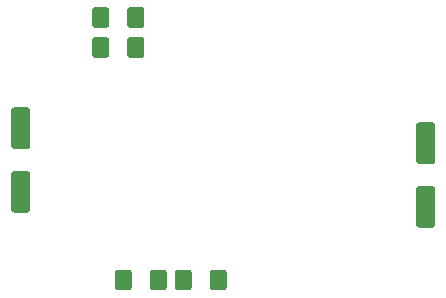
<source format=gbr>
G04 #@! TF.GenerationSoftware,KiCad,Pcbnew,5.1.5-52549c5~84~ubuntu18.04.1*
G04 #@! TF.CreationDate,2020-03-18T13:38:27+01:00*
G04 #@! TF.ProjectId,pcb_loadcell-dev-hx711,7063625f-6c6f-4616-9463-656c6c2d6465,rev?*
G04 #@! TF.SameCoordinates,Original*
G04 #@! TF.FileFunction,Paste,Top*
G04 #@! TF.FilePolarity,Positive*
%FSLAX46Y46*%
G04 Gerber Fmt 4.6, Leading zero omitted, Abs format (unit mm)*
G04 Created by KiCad (PCBNEW 5.1.5-52549c5~84~ubuntu18.04.1) date 2020-03-18 13:38:27*
%MOMM*%
%LPD*%
G04 APERTURE LIST*
%ADD10C,0.100000*%
G04 APERTURE END LIST*
D10*
G36*
X63769504Y-100091204D02*
G01*
X63793773Y-100094804D01*
X63817571Y-100100765D01*
X63840671Y-100109030D01*
X63862849Y-100119520D01*
X63883893Y-100132133D01*
X63903598Y-100146747D01*
X63921777Y-100163223D01*
X63938253Y-100181402D01*
X63952867Y-100201107D01*
X63965480Y-100222151D01*
X63975970Y-100244329D01*
X63984235Y-100267429D01*
X63990196Y-100291227D01*
X63993796Y-100315496D01*
X63995000Y-100340000D01*
X63995000Y-101590000D01*
X63993796Y-101614504D01*
X63990196Y-101638773D01*
X63984235Y-101662571D01*
X63975970Y-101685671D01*
X63965480Y-101707849D01*
X63952867Y-101728893D01*
X63938253Y-101748598D01*
X63921777Y-101766777D01*
X63903598Y-101783253D01*
X63883893Y-101797867D01*
X63862849Y-101810480D01*
X63840671Y-101820970D01*
X63817571Y-101829235D01*
X63793773Y-101835196D01*
X63769504Y-101838796D01*
X63745000Y-101840000D01*
X62820000Y-101840000D01*
X62795496Y-101838796D01*
X62771227Y-101835196D01*
X62747429Y-101829235D01*
X62724329Y-101820970D01*
X62702151Y-101810480D01*
X62681107Y-101797867D01*
X62661402Y-101783253D01*
X62643223Y-101766777D01*
X62626747Y-101748598D01*
X62612133Y-101728893D01*
X62599520Y-101707849D01*
X62589030Y-101685671D01*
X62580765Y-101662571D01*
X62574804Y-101638773D01*
X62571204Y-101614504D01*
X62570000Y-101590000D01*
X62570000Y-100340000D01*
X62571204Y-100315496D01*
X62574804Y-100291227D01*
X62580765Y-100267429D01*
X62589030Y-100244329D01*
X62599520Y-100222151D01*
X62612133Y-100201107D01*
X62626747Y-100181402D01*
X62643223Y-100163223D01*
X62661402Y-100146747D01*
X62681107Y-100132133D01*
X62702151Y-100119520D01*
X62724329Y-100109030D01*
X62747429Y-100100765D01*
X62771227Y-100094804D01*
X62795496Y-100091204D01*
X62820000Y-100090000D01*
X63745000Y-100090000D01*
X63769504Y-100091204D01*
G37*
G36*
X66744504Y-100091204D02*
G01*
X66768773Y-100094804D01*
X66792571Y-100100765D01*
X66815671Y-100109030D01*
X66837849Y-100119520D01*
X66858893Y-100132133D01*
X66878598Y-100146747D01*
X66896777Y-100163223D01*
X66913253Y-100181402D01*
X66927867Y-100201107D01*
X66940480Y-100222151D01*
X66950970Y-100244329D01*
X66959235Y-100267429D01*
X66965196Y-100291227D01*
X66968796Y-100315496D01*
X66970000Y-100340000D01*
X66970000Y-101590000D01*
X66968796Y-101614504D01*
X66965196Y-101638773D01*
X66959235Y-101662571D01*
X66950970Y-101685671D01*
X66940480Y-101707849D01*
X66927867Y-101728893D01*
X66913253Y-101748598D01*
X66896777Y-101766777D01*
X66878598Y-101783253D01*
X66858893Y-101797867D01*
X66837849Y-101810480D01*
X66815671Y-101820970D01*
X66792571Y-101829235D01*
X66768773Y-101835196D01*
X66744504Y-101838796D01*
X66720000Y-101840000D01*
X65795000Y-101840000D01*
X65770496Y-101838796D01*
X65746227Y-101835196D01*
X65722429Y-101829235D01*
X65699329Y-101820970D01*
X65677151Y-101810480D01*
X65656107Y-101797867D01*
X65636402Y-101783253D01*
X65618223Y-101766777D01*
X65601747Y-101748598D01*
X65587133Y-101728893D01*
X65574520Y-101707849D01*
X65564030Y-101685671D01*
X65555765Y-101662571D01*
X65549804Y-101638773D01*
X65546204Y-101614504D01*
X65545000Y-101590000D01*
X65545000Y-100340000D01*
X65546204Y-100315496D01*
X65549804Y-100291227D01*
X65555765Y-100267429D01*
X65564030Y-100244329D01*
X65574520Y-100222151D01*
X65587133Y-100201107D01*
X65601747Y-100181402D01*
X65618223Y-100163223D01*
X65636402Y-100146747D01*
X65656107Y-100132133D01*
X65677151Y-100119520D01*
X65699329Y-100109030D01*
X65722429Y-100100765D01*
X65746227Y-100094804D01*
X65770496Y-100091204D01*
X65795000Y-100090000D01*
X66720000Y-100090000D01*
X66744504Y-100091204D01*
G37*
G36*
X58689504Y-100091204D02*
G01*
X58713773Y-100094804D01*
X58737571Y-100100765D01*
X58760671Y-100109030D01*
X58782849Y-100119520D01*
X58803893Y-100132133D01*
X58823598Y-100146747D01*
X58841777Y-100163223D01*
X58858253Y-100181402D01*
X58872867Y-100201107D01*
X58885480Y-100222151D01*
X58895970Y-100244329D01*
X58904235Y-100267429D01*
X58910196Y-100291227D01*
X58913796Y-100315496D01*
X58915000Y-100340000D01*
X58915000Y-101590000D01*
X58913796Y-101614504D01*
X58910196Y-101638773D01*
X58904235Y-101662571D01*
X58895970Y-101685671D01*
X58885480Y-101707849D01*
X58872867Y-101728893D01*
X58858253Y-101748598D01*
X58841777Y-101766777D01*
X58823598Y-101783253D01*
X58803893Y-101797867D01*
X58782849Y-101810480D01*
X58760671Y-101820970D01*
X58737571Y-101829235D01*
X58713773Y-101835196D01*
X58689504Y-101838796D01*
X58665000Y-101840000D01*
X57740000Y-101840000D01*
X57715496Y-101838796D01*
X57691227Y-101835196D01*
X57667429Y-101829235D01*
X57644329Y-101820970D01*
X57622151Y-101810480D01*
X57601107Y-101797867D01*
X57581402Y-101783253D01*
X57563223Y-101766777D01*
X57546747Y-101748598D01*
X57532133Y-101728893D01*
X57519520Y-101707849D01*
X57509030Y-101685671D01*
X57500765Y-101662571D01*
X57494804Y-101638773D01*
X57491204Y-101614504D01*
X57490000Y-101590000D01*
X57490000Y-100340000D01*
X57491204Y-100315496D01*
X57494804Y-100291227D01*
X57500765Y-100267429D01*
X57509030Y-100244329D01*
X57519520Y-100222151D01*
X57532133Y-100201107D01*
X57546747Y-100181402D01*
X57563223Y-100163223D01*
X57581402Y-100146747D01*
X57601107Y-100132133D01*
X57622151Y-100119520D01*
X57644329Y-100109030D01*
X57667429Y-100100765D01*
X57691227Y-100094804D01*
X57715496Y-100091204D01*
X57740000Y-100090000D01*
X58665000Y-100090000D01*
X58689504Y-100091204D01*
G37*
G36*
X61664504Y-100091204D02*
G01*
X61688773Y-100094804D01*
X61712571Y-100100765D01*
X61735671Y-100109030D01*
X61757849Y-100119520D01*
X61778893Y-100132133D01*
X61798598Y-100146747D01*
X61816777Y-100163223D01*
X61833253Y-100181402D01*
X61847867Y-100201107D01*
X61860480Y-100222151D01*
X61870970Y-100244329D01*
X61879235Y-100267429D01*
X61885196Y-100291227D01*
X61888796Y-100315496D01*
X61890000Y-100340000D01*
X61890000Y-101590000D01*
X61888796Y-101614504D01*
X61885196Y-101638773D01*
X61879235Y-101662571D01*
X61870970Y-101685671D01*
X61860480Y-101707849D01*
X61847867Y-101728893D01*
X61833253Y-101748598D01*
X61816777Y-101766777D01*
X61798598Y-101783253D01*
X61778893Y-101797867D01*
X61757849Y-101810480D01*
X61735671Y-101820970D01*
X61712571Y-101829235D01*
X61688773Y-101835196D01*
X61664504Y-101838796D01*
X61640000Y-101840000D01*
X60715000Y-101840000D01*
X60690496Y-101838796D01*
X60666227Y-101835196D01*
X60642429Y-101829235D01*
X60619329Y-101820970D01*
X60597151Y-101810480D01*
X60576107Y-101797867D01*
X60556402Y-101783253D01*
X60538223Y-101766777D01*
X60521747Y-101748598D01*
X60507133Y-101728893D01*
X60494520Y-101707849D01*
X60484030Y-101685671D01*
X60475765Y-101662571D01*
X60469804Y-101638773D01*
X60466204Y-101614504D01*
X60465000Y-101590000D01*
X60465000Y-100340000D01*
X60466204Y-100315496D01*
X60469804Y-100291227D01*
X60475765Y-100267429D01*
X60484030Y-100244329D01*
X60494520Y-100222151D01*
X60507133Y-100201107D01*
X60521747Y-100181402D01*
X60538223Y-100163223D01*
X60556402Y-100146747D01*
X60576107Y-100132133D01*
X60597151Y-100119520D01*
X60619329Y-100109030D01*
X60642429Y-100100765D01*
X60666227Y-100094804D01*
X60690496Y-100091204D01*
X60715000Y-100090000D01*
X61640000Y-100090000D01*
X61664504Y-100091204D01*
G37*
G36*
X59759504Y-77866204D02*
G01*
X59783773Y-77869804D01*
X59807571Y-77875765D01*
X59830671Y-77884030D01*
X59852849Y-77894520D01*
X59873893Y-77907133D01*
X59893598Y-77921747D01*
X59911777Y-77938223D01*
X59928253Y-77956402D01*
X59942867Y-77976107D01*
X59955480Y-77997151D01*
X59965970Y-78019329D01*
X59974235Y-78042429D01*
X59980196Y-78066227D01*
X59983796Y-78090496D01*
X59985000Y-78115000D01*
X59985000Y-79365000D01*
X59983796Y-79389504D01*
X59980196Y-79413773D01*
X59974235Y-79437571D01*
X59965970Y-79460671D01*
X59955480Y-79482849D01*
X59942867Y-79503893D01*
X59928253Y-79523598D01*
X59911777Y-79541777D01*
X59893598Y-79558253D01*
X59873893Y-79572867D01*
X59852849Y-79585480D01*
X59830671Y-79595970D01*
X59807571Y-79604235D01*
X59783773Y-79610196D01*
X59759504Y-79613796D01*
X59735000Y-79615000D01*
X58810000Y-79615000D01*
X58785496Y-79613796D01*
X58761227Y-79610196D01*
X58737429Y-79604235D01*
X58714329Y-79595970D01*
X58692151Y-79585480D01*
X58671107Y-79572867D01*
X58651402Y-79558253D01*
X58633223Y-79541777D01*
X58616747Y-79523598D01*
X58602133Y-79503893D01*
X58589520Y-79482849D01*
X58579030Y-79460671D01*
X58570765Y-79437571D01*
X58564804Y-79413773D01*
X58561204Y-79389504D01*
X58560000Y-79365000D01*
X58560000Y-78115000D01*
X58561204Y-78090496D01*
X58564804Y-78066227D01*
X58570765Y-78042429D01*
X58579030Y-78019329D01*
X58589520Y-77997151D01*
X58602133Y-77976107D01*
X58616747Y-77956402D01*
X58633223Y-77938223D01*
X58651402Y-77921747D01*
X58671107Y-77907133D01*
X58692151Y-77894520D01*
X58714329Y-77884030D01*
X58737429Y-77875765D01*
X58761227Y-77869804D01*
X58785496Y-77866204D01*
X58810000Y-77865000D01*
X59735000Y-77865000D01*
X59759504Y-77866204D01*
G37*
G36*
X56784504Y-77866204D02*
G01*
X56808773Y-77869804D01*
X56832571Y-77875765D01*
X56855671Y-77884030D01*
X56877849Y-77894520D01*
X56898893Y-77907133D01*
X56918598Y-77921747D01*
X56936777Y-77938223D01*
X56953253Y-77956402D01*
X56967867Y-77976107D01*
X56980480Y-77997151D01*
X56990970Y-78019329D01*
X56999235Y-78042429D01*
X57005196Y-78066227D01*
X57008796Y-78090496D01*
X57010000Y-78115000D01*
X57010000Y-79365000D01*
X57008796Y-79389504D01*
X57005196Y-79413773D01*
X56999235Y-79437571D01*
X56990970Y-79460671D01*
X56980480Y-79482849D01*
X56967867Y-79503893D01*
X56953253Y-79523598D01*
X56936777Y-79541777D01*
X56918598Y-79558253D01*
X56898893Y-79572867D01*
X56877849Y-79585480D01*
X56855671Y-79595970D01*
X56832571Y-79604235D01*
X56808773Y-79610196D01*
X56784504Y-79613796D01*
X56760000Y-79615000D01*
X55835000Y-79615000D01*
X55810496Y-79613796D01*
X55786227Y-79610196D01*
X55762429Y-79604235D01*
X55739329Y-79595970D01*
X55717151Y-79585480D01*
X55696107Y-79572867D01*
X55676402Y-79558253D01*
X55658223Y-79541777D01*
X55641747Y-79523598D01*
X55627133Y-79503893D01*
X55614520Y-79482849D01*
X55604030Y-79460671D01*
X55595765Y-79437571D01*
X55589804Y-79413773D01*
X55586204Y-79389504D01*
X55585000Y-79365000D01*
X55585000Y-78115000D01*
X55586204Y-78090496D01*
X55589804Y-78066227D01*
X55595765Y-78042429D01*
X55604030Y-78019329D01*
X55614520Y-77997151D01*
X55627133Y-77976107D01*
X55641747Y-77956402D01*
X55658223Y-77938223D01*
X55676402Y-77921747D01*
X55696107Y-77907133D01*
X55717151Y-77894520D01*
X55739329Y-77884030D01*
X55762429Y-77875765D01*
X55786227Y-77869804D01*
X55810496Y-77866204D01*
X55835000Y-77865000D01*
X56760000Y-77865000D01*
X56784504Y-77866204D01*
G37*
G36*
X56784504Y-80406204D02*
G01*
X56808773Y-80409804D01*
X56832571Y-80415765D01*
X56855671Y-80424030D01*
X56877849Y-80434520D01*
X56898893Y-80447133D01*
X56918598Y-80461747D01*
X56936777Y-80478223D01*
X56953253Y-80496402D01*
X56967867Y-80516107D01*
X56980480Y-80537151D01*
X56990970Y-80559329D01*
X56999235Y-80582429D01*
X57005196Y-80606227D01*
X57008796Y-80630496D01*
X57010000Y-80655000D01*
X57010000Y-81905000D01*
X57008796Y-81929504D01*
X57005196Y-81953773D01*
X56999235Y-81977571D01*
X56990970Y-82000671D01*
X56980480Y-82022849D01*
X56967867Y-82043893D01*
X56953253Y-82063598D01*
X56936777Y-82081777D01*
X56918598Y-82098253D01*
X56898893Y-82112867D01*
X56877849Y-82125480D01*
X56855671Y-82135970D01*
X56832571Y-82144235D01*
X56808773Y-82150196D01*
X56784504Y-82153796D01*
X56760000Y-82155000D01*
X55835000Y-82155000D01*
X55810496Y-82153796D01*
X55786227Y-82150196D01*
X55762429Y-82144235D01*
X55739329Y-82135970D01*
X55717151Y-82125480D01*
X55696107Y-82112867D01*
X55676402Y-82098253D01*
X55658223Y-82081777D01*
X55641747Y-82063598D01*
X55627133Y-82043893D01*
X55614520Y-82022849D01*
X55604030Y-82000671D01*
X55595765Y-81977571D01*
X55589804Y-81953773D01*
X55586204Y-81929504D01*
X55585000Y-81905000D01*
X55585000Y-80655000D01*
X55586204Y-80630496D01*
X55589804Y-80606227D01*
X55595765Y-80582429D01*
X55604030Y-80559329D01*
X55614520Y-80537151D01*
X55627133Y-80516107D01*
X55641747Y-80496402D01*
X55658223Y-80478223D01*
X55676402Y-80461747D01*
X55696107Y-80447133D01*
X55717151Y-80434520D01*
X55739329Y-80424030D01*
X55762429Y-80415765D01*
X55786227Y-80409804D01*
X55810496Y-80406204D01*
X55835000Y-80405000D01*
X56760000Y-80405000D01*
X56784504Y-80406204D01*
G37*
G36*
X59759504Y-80406204D02*
G01*
X59783773Y-80409804D01*
X59807571Y-80415765D01*
X59830671Y-80424030D01*
X59852849Y-80434520D01*
X59873893Y-80447133D01*
X59893598Y-80461747D01*
X59911777Y-80478223D01*
X59928253Y-80496402D01*
X59942867Y-80516107D01*
X59955480Y-80537151D01*
X59965970Y-80559329D01*
X59974235Y-80582429D01*
X59980196Y-80606227D01*
X59983796Y-80630496D01*
X59985000Y-80655000D01*
X59985000Y-81905000D01*
X59983796Y-81929504D01*
X59980196Y-81953773D01*
X59974235Y-81977571D01*
X59965970Y-82000671D01*
X59955480Y-82022849D01*
X59942867Y-82043893D01*
X59928253Y-82063598D01*
X59911777Y-82081777D01*
X59893598Y-82098253D01*
X59873893Y-82112867D01*
X59852849Y-82125480D01*
X59830671Y-82135970D01*
X59807571Y-82144235D01*
X59783773Y-82150196D01*
X59759504Y-82153796D01*
X59735000Y-82155000D01*
X58810000Y-82155000D01*
X58785496Y-82153796D01*
X58761227Y-82150196D01*
X58737429Y-82144235D01*
X58714329Y-82135970D01*
X58692151Y-82125480D01*
X58671107Y-82112867D01*
X58651402Y-82098253D01*
X58633223Y-82081777D01*
X58616747Y-82063598D01*
X58602133Y-82043893D01*
X58589520Y-82022849D01*
X58579030Y-82000671D01*
X58570765Y-81977571D01*
X58564804Y-81953773D01*
X58561204Y-81929504D01*
X58560000Y-81905000D01*
X58560000Y-80655000D01*
X58561204Y-80630496D01*
X58564804Y-80606227D01*
X58570765Y-80582429D01*
X58579030Y-80559329D01*
X58589520Y-80537151D01*
X58602133Y-80516107D01*
X58616747Y-80496402D01*
X58633223Y-80478223D01*
X58651402Y-80461747D01*
X58671107Y-80447133D01*
X58692151Y-80434520D01*
X58714329Y-80424030D01*
X58737429Y-80415765D01*
X58761227Y-80409804D01*
X58785496Y-80406204D01*
X58810000Y-80405000D01*
X59735000Y-80405000D01*
X59759504Y-80406204D01*
G37*
G36*
X50104504Y-91756204D02*
G01*
X50128773Y-91759804D01*
X50152571Y-91765765D01*
X50175671Y-91774030D01*
X50197849Y-91784520D01*
X50218893Y-91797133D01*
X50238598Y-91811747D01*
X50256777Y-91828223D01*
X50273253Y-91846402D01*
X50287867Y-91866107D01*
X50300480Y-91887151D01*
X50310970Y-91909329D01*
X50319235Y-91932429D01*
X50325196Y-91956227D01*
X50328796Y-91980496D01*
X50330000Y-92005000D01*
X50330000Y-95005000D01*
X50328796Y-95029504D01*
X50325196Y-95053773D01*
X50319235Y-95077571D01*
X50310970Y-95100671D01*
X50300480Y-95122849D01*
X50287867Y-95143893D01*
X50273253Y-95163598D01*
X50256777Y-95181777D01*
X50238598Y-95198253D01*
X50218893Y-95212867D01*
X50197849Y-95225480D01*
X50175671Y-95235970D01*
X50152571Y-95244235D01*
X50128773Y-95250196D01*
X50104504Y-95253796D01*
X50080000Y-95255000D01*
X48980000Y-95255000D01*
X48955496Y-95253796D01*
X48931227Y-95250196D01*
X48907429Y-95244235D01*
X48884329Y-95235970D01*
X48862151Y-95225480D01*
X48841107Y-95212867D01*
X48821402Y-95198253D01*
X48803223Y-95181777D01*
X48786747Y-95163598D01*
X48772133Y-95143893D01*
X48759520Y-95122849D01*
X48749030Y-95100671D01*
X48740765Y-95077571D01*
X48734804Y-95053773D01*
X48731204Y-95029504D01*
X48730000Y-95005000D01*
X48730000Y-92005000D01*
X48731204Y-91980496D01*
X48734804Y-91956227D01*
X48740765Y-91932429D01*
X48749030Y-91909329D01*
X48759520Y-91887151D01*
X48772133Y-91866107D01*
X48786747Y-91846402D01*
X48803223Y-91828223D01*
X48821402Y-91811747D01*
X48841107Y-91797133D01*
X48862151Y-91784520D01*
X48884329Y-91774030D01*
X48907429Y-91765765D01*
X48931227Y-91759804D01*
X48955496Y-91756204D01*
X48980000Y-91755000D01*
X50080000Y-91755000D01*
X50104504Y-91756204D01*
G37*
G36*
X50104504Y-86356204D02*
G01*
X50128773Y-86359804D01*
X50152571Y-86365765D01*
X50175671Y-86374030D01*
X50197849Y-86384520D01*
X50218893Y-86397133D01*
X50238598Y-86411747D01*
X50256777Y-86428223D01*
X50273253Y-86446402D01*
X50287867Y-86466107D01*
X50300480Y-86487151D01*
X50310970Y-86509329D01*
X50319235Y-86532429D01*
X50325196Y-86556227D01*
X50328796Y-86580496D01*
X50330000Y-86605000D01*
X50330000Y-89605000D01*
X50328796Y-89629504D01*
X50325196Y-89653773D01*
X50319235Y-89677571D01*
X50310970Y-89700671D01*
X50300480Y-89722849D01*
X50287867Y-89743893D01*
X50273253Y-89763598D01*
X50256777Y-89781777D01*
X50238598Y-89798253D01*
X50218893Y-89812867D01*
X50197849Y-89825480D01*
X50175671Y-89835970D01*
X50152571Y-89844235D01*
X50128773Y-89850196D01*
X50104504Y-89853796D01*
X50080000Y-89855000D01*
X48980000Y-89855000D01*
X48955496Y-89853796D01*
X48931227Y-89850196D01*
X48907429Y-89844235D01*
X48884329Y-89835970D01*
X48862151Y-89825480D01*
X48841107Y-89812867D01*
X48821402Y-89798253D01*
X48803223Y-89781777D01*
X48786747Y-89763598D01*
X48772133Y-89743893D01*
X48759520Y-89722849D01*
X48749030Y-89700671D01*
X48740765Y-89677571D01*
X48734804Y-89653773D01*
X48731204Y-89629504D01*
X48730000Y-89605000D01*
X48730000Y-86605000D01*
X48731204Y-86580496D01*
X48734804Y-86556227D01*
X48740765Y-86532429D01*
X48749030Y-86509329D01*
X48759520Y-86487151D01*
X48772133Y-86466107D01*
X48786747Y-86446402D01*
X48803223Y-86428223D01*
X48821402Y-86411747D01*
X48841107Y-86397133D01*
X48862151Y-86384520D01*
X48884329Y-86374030D01*
X48907429Y-86365765D01*
X48931227Y-86359804D01*
X48955496Y-86356204D01*
X48980000Y-86355000D01*
X50080000Y-86355000D01*
X50104504Y-86356204D01*
G37*
G36*
X84394504Y-87626204D02*
G01*
X84418773Y-87629804D01*
X84442571Y-87635765D01*
X84465671Y-87644030D01*
X84487849Y-87654520D01*
X84508893Y-87667133D01*
X84528598Y-87681747D01*
X84546777Y-87698223D01*
X84563253Y-87716402D01*
X84577867Y-87736107D01*
X84590480Y-87757151D01*
X84600970Y-87779329D01*
X84609235Y-87802429D01*
X84615196Y-87826227D01*
X84618796Y-87850496D01*
X84620000Y-87875000D01*
X84620000Y-90875000D01*
X84618796Y-90899504D01*
X84615196Y-90923773D01*
X84609235Y-90947571D01*
X84600970Y-90970671D01*
X84590480Y-90992849D01*
X84577867Y-91013893D01*
X84563253Y-91033598D01*
X84546777Y-91051777D01*
X84528598Y-91068253D01*
X84508893Y-91082867D01*
X84487849Y-91095480D01*
X84465671Y-91105970D01*
X84442571Y-91114235D01*
X84418773Y-91120196D01*
X84394504Y-91123796D01*
X84370000Y-91125000D01*
X83270000Y-91125000D01*
X83245496Y-91123796D01*
X83221227Y-91120196D01*
X83197429Y-91114235D01*
X83174329Y-91105970D01*
X83152151Y-91095480D01*
X83131107Y-91082867D01*
X83111402Y-91068253D01*
X83093223Y-91051777D01*
X83076747Y-91033598D01*
X83062133Y-91013893D01*
X83049520Y-90992849D01*
X83039030Y-90970671D01*
X83030765Y-90947571D01*
X83024804Y-90923773D01*
X83021204Y-90899504D01*
X83020000Y-90875000D01*
X83020000Y-87875000D01*
X83021204Y-87850496D01*
X83024804Y-87826227D01*
X83030765Y-87802429D01*
X83039030Y-87779329D01*
X83049520Y-87757151D01*
X83062133Y-87736107D01*
X83076747Y-87716402D01*
X83093223Y-87698223D01*
X83111402Y-87681747D01*
X83131107Y-87667133D01*
X83152151Y-87654520D01*
X83174329Y-87644030D01*
X83197429Y-87635765D01*
X83221227Y-87629804D01*
X83245496Y-87626204D01*
X83270000Y-87625000D01*
X84370000Y-87625000D01*
X84394504Y-87626204D01*
G37*
G36*
X84394504Y-93026204D02*
G01*
X84418773Y-93029804D01*
X84442571Y-93035765D01*
X84465671Y-93044030D01*
X84487849Y-93054520D01*
X84508893Y-93067133D01*
X84528598Y-93081747D01*
X84546777Y-93098223D01*
X84563253Y-93116402D01*
X84577867Y-93136107D01*
X84590480Y-93157151D01*
X84600970Y-93179329D01*
X84609235Y-93202429D01*
X84615196Y-93226227D01*
X84618796Y-93250496D01*
X84620000Y-93275000D01*
X84620000Y-96275000D01*
X84618796Y-96299504D01*
X84615196Y-96323773D01*
X84609235Y-96347571D01*
X84600970Y-96370671D01*
X84590480Y-96392849D01*
X84577867Y-96413893D01*
X84563253Y-96433598D01*
X84546777Y-96451777D01*
X84528598Y-96468253D01*
X84508893Y-96482867D01*
X84487849Y-96495480D01*
X84465671Y-96505970D01*
X84442571Y-96514235D01*
X84418773Y-96520196D01*
X84394504Y-96523796D01*
X84370000Y-96525000D01*
X83270000Y-96525000D01*
X83245496Y-96523796D01*
X83221227Y-96520196D01*
X83197429Y-96514235D01*
X83174329Y-96505970D01*
X83152151Y-96495480D01*
X83131107Y-96482867D01*
X83111402Y-96468253D01*
X83093223Y-96451777D01*
X83076747Y-96433598D01*
X83062133Y-96413893D01*
X83049520Y-96392849D01*
X83039030Y-96370671D01*
X83030765Y-96347571D01*
X83024804Y-96323773D01*
X83021204Y-96299504D01*
X83020000Y-96275000D01*
X83020000Y-93275000D01*
X83021204Y-93250496D01*
X83024804Y-93226227D01*
X83030765Y-93202429D01*
X83039030Y-93179329D01*
X83049520Y-93157151D01*
X83062133Y-93136107D01*
X83076747Y-93116402D01*
X83093223Y-93098223D01*
X83111402Y-93081747D01*
X83131107Y-93067133D01*
X83152151Y-93054520D01*
X83174329Y-93044030D01*
X83197429Y-93035765D01*
X83221227Y-93029804D01*
X83245496Y-93026204D01*
X83270000Y-93025000D01*
X84370000Y-93025000D01*
X84394504Y-93026204D01*
G37*
M02*

</source>
